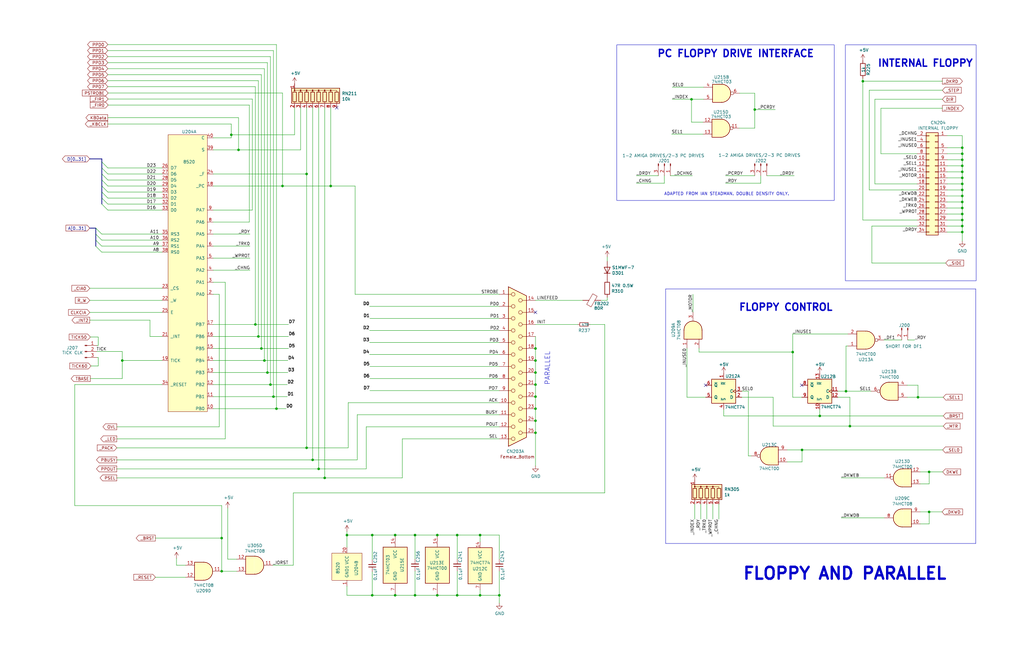
<source format=kicad_sch>
(kicad_sch (version 20230121) (generator eeschema)
  (paper "B")
  (title_block (title "AMIGA PCI") (date "2024-01-31") (rev "2.0"))
  (junction (at 363.855 34.29))
  (junction (at 93.472 227.076))
  (junction (at 202.438 225.806))
  (junction (at 93.472 241.046))
  (junction (at 129.286 73.406))
  (junction (at 108.966 141.986))
  (junction (at 210.566 251.206))
  (junction (at 225.806 182.626))
  (junction (at 291.592 41.91))
  (junction (at 391.795 216.027))
  (junction (at 405.765 69.977))
  (junction (at 405.765 92.837))
  (junction (at 184.404 251.206))
  (junction (at 139.446 78.486))
  (junction (at 405.765 77.597))
  (junction (at 112.776 157.226))
  (junction (at 110.236 147.066))
  (junction (at 387.096 167.64))
  (junction (at 225.806 177.546))
  (junction (at 405.765 67.437))
  (junction (at 405.765 82.677))
  (junction (at 192.786 225.806))
  (junction (at 184.404 225.806))
  (junction (at 225.806 167.386))
  (junction (at 405.765 90.297))
  (junction (at 334.264 148.59))
  (junction (at 114.046 162.306))
  (junction (at 345.694 175.514))
  (junction (at 175.006 225.806))
  (junction (at 405.765 64.897))
  (junction (at 338.201 189.865))
  (junction (at 405.765 72.517))
  (junction (at 358.394 179.832))
  (junction (at 51.562 152.146))
  (junction (at 192.786 251.206))
  (junction (at 107.696 136.906))
  (junction (at 202.438 251.206))
  (junction (at 356.743 165.1))
  (junction (at 156.972 225.806))
  (junction (at 225.806 157.226))
  (junction (at 146.304 225.806))
  (junction (at 97.536 56.896))
  (junction (at 134.366 197.866))
  (junction (at 119.126 78.486))
  (junction (at 131.826 194.056))
  (junction (at 166.624 225.806))
  (junction (at 225.806 172.466))
  (junction (at 116.586 172.466))
  (junction (at 405.765 62.357))
  (junction (at 405.765 80.137))
  (junction (at 225.806 162.306))
  (junction (at 100.584 63.246))
  (junction (at 166.624 251.206))
  (junction (at 115.316 167.386))
  (junction (at 405.765 95.377))
  (junction (at 405.765 97.917))
  (junction (at 156.972 251.206))
  (junction (at 225.806 147.066))
  (junction (at 405.765 85.217))
  (junction (at 136.906 201.676))
  (junction (at 405.765 87.757))
  (junction (at 318.262 46.228))
  (junction (at 225.806 152.146))
  (junction (at 129.286 188.976))
  (junction (at 391.795 199.136))
  (junction (at 175.006 251.206))
  (junction (at 111.506 152.146))
  (junction (at 405.765 75.057))
  (no_connect (at 141.986 45.466))
  (no_connect (at 297.561 162.56))
  (no_connect (at 338.074 162.56))
  (no_connect (at 225.806 131.826))
  (bus_entry (at 45.466 75.946) (size -2.54 -2.54))
  (bus_entry (at 45.466 70.866) (size -2.54 -2.54))
  (bus_entry (at 45.466 86.106) (size -2.54 -2.54))
  (bus_entry (at 45.466 73.406) (size -2.54 -2.54))
  (bus_entry (at 42.926 98.806) (size -2.54 -2.54))
  (bus_entry (at 42.926 106.426) (size -2.54 -2.54))
  (bus_entry (at 45.466 88.646) (size -2.54 -2.54))
  (bus_entry (at 45.466 78.486) (size -2.54 -2.54))
  (bus_entry (at 42.926 103.886) (size -2.54 -2.54))
  (bus_entry (at 45.466 81.026) (size -2.54 -2.54))
  (bus_entry (at 42.926 101.346) (size -2.54 -2.54))
  (bus_entry (at 45.466 83.566) (size -2.54 -2.54))
  (wire (pts (xy 399.415 75.057) (xy 405.765 75.057)))
  (wire (pts (xy 358.394 179.832) (xy 326.009 179.832)))
  (wire (pts (xy 371.475 64.897) (xy 371.475 45.72)))
  (wire (pts (xy 283.21 56.642) (xy 296.418 56.642)))
  (wire (pts (xy 155.956 159.766) (xy 210.566 159.766)))
  (wire (pts (xy 280.162 74.168) (xy 280.162 77.343)))
  (wire (pts (xy 256.032 125.476) (xy 256.032 126.746)))
  (wire (pts (xy 280.162 77.343) (xy 268.351 77.343)))
  (wire (pts (xy 331.978 194.945) (xy 338.201 194.945)))
  (wire (pts (xy 45.466 23.876) (xy 114.046 23.876)))
  (wire (pts (xy 405.765 95.377) (xy 405.765 97.917)))
  (wire (pts (xy 41.402 150.876) (xy 40.894 150.876)))
  (bus (pts (xy 42.926 68.326) (xy 42.926 70.866)))
  (wire (pts (xy 123.698 208.026) (xy 255.016 208.026)))
  (wire (pts (xy 139.446 45.466) (xy 139.446 78.486)))
  (wire (pts (xy 45.466 70.866) (xy 68.326 70.866)))
  (wire (pts (xy 399.415 85.217) (xy 405.765 85.217)))
  (wire (pts (xy 154.432 180.086) (xy 154.432 197.866)))
  (wire (pts (xy 155.956 164.846) (xy 210.566 164.846)))
  (wire (pts (xy 89.916 58.166) (xy 97.536 58.166)))
  (wire (pts (xy 107.696 136.906) (xy 121.666 136.906)))
  (wire (pts (xy 110.236 147.066) (xy 89.916 147.066)))
  (wire (pts (xy 334.264 140.97) (xy 334.264 148.59)))
  (wire (pts (xy 334.264 167.64) (xy 334.264 148.59)))
  (wire (pts (xy 106.426 88.646) (xy 89.916 88.646)))
  (wire (pts (xy 399.415 82.677) (xy 405.765 82.677)))
  (wire (pts (xy 399.415 64.897) (xy 405.765 64.897)))
  (wire (pts (xy 45.466 34.036) (xy 108.966 34.036)))
  (wire (pts (xy 386.715 77.597) (xy 368.935 77.597)))
  (wire (pts (xy 382.778 143.51) (xy 385.699 143.51)))
  (wire (pts (xy 405.765 69.977) (xy 405.765 72.517)))
  (wire (pts (xy 97.536 58.166) (xy 97.536 56.896)))
  (wire (pts (xy 49.276 188.976) (xy 129.286 188.976)))
  (wire (pts (xy 124.206 56.896) (xy 97.536 56.896)))
  (wire (pts (xy 282.702 74.168) (xy 291.973 74.168)))
  (wire (pts (xy 38.1 159.766) (xy 51.562 159.766)))
  (wire (pts (xy 169.672 185.166) (xy 169.672 201.676)))
  (wire (pts (xy 391.795 221.107) (xy 391.795 216.027)))
  (wire (pts (xy 108.966 34.036) (xy 108.966 141.986)))
  (wire (pts (xy 399.415 80.137) (xy 405.765 80.137)))
  (wire (pts (xy 105.156 44.323) (xy 45.593 44.323)))
  (wire (pts (xy 368.935 41.91) (xy 397.383 41.91)))
  (bus (pts (xy 37.846 96.266) (xy 40.386 96.266)))
  (wire (pts (xy 63.246 135.128) (xy 37.846 135.128)))
  (wire (pts (xy 405.765 67.437) (xy 405.765 69.977)))
  (wire (pts (xy 311.658 54.102) (xy 318.262 54.102)))
  (wire (pts (xy 366.522 80.137) (xy 366.522 38.1)))
  (wire (pts (xy 300.609 212.725) (xy 300.609 219.075)))
  (wire (pts (xy 318.262 46.228) (xy 318.262 39.37)))
  (bus (pts (xy 40.386 101.346) (xy 40.386 103.886)))
  (wire (pts (xy 399.415 77.597) (xy 405.765 77.597)))
  (wire (pts (xy 45.466 73.406) (xy 68.326 73.406)))
  (wire (pts (xy 89.916 93.726) (xy 105.156 93.726)))
  (wire (pts (xy 124.206 45.466) (xy 124.206 56.896)))
  (wire (pts (xy 114.046 23.876) (xy 114.046 162.306)))
  (wire (pts (xy 65.532 227.076) (xy 93.472 227.076)))
  (wire (pts (xy 96.012 214.376) (xy 96.012 235.966)))
  (wire (pts (xy 405.765 72.517) (xy 405.765 75.057)))
  (wire (pts (xy 192.786 251.206) (xy 202.438 251.206)))
  (wire (pts (xy 326.009 179.832) (xy 326.009 167.64)))
  (wire (pts (xy 363.855 33.147) (xy 363.855 34.29)))
  (wire (pts (xy 97.536 56.896) (xy 97.536 52.324)))
  (wire (pts (xy 253.365 126.746) (xy 256.032 126.746)))
  (wire (pts (xy 42.926 106.426) (xy 68.326 106.426)))
  (wire (pts (xy 175.006 251.206) (xy 184.404 251.206)))
  (wire (pts (xy 334.264 148.59) (xy 294.767 148.59)))
  (wire (pts (xy 45.593 41.783) (xy 106.426 41.783)))
  (wire (pts (xy 225.806 167.386) (xy 225.806 172.466)))
  (wire (pts (xy 41.402 154.432) (xy 38.354 154.432)))
  (wire (pts (xy 146.812 169.926) (xy 146.812 188.976)))
  (wire (pts (xy 202.438 225.806) (xy 202.438 228.6)))
  (wire (pts (xy 386.715 64.897) (xy 371.475 64.897)))
  (wire (pts (xy 45.466 26.416) (xy 112.776 26.416)))
  (wire (pts (xy 41.402 145.796) (xy 40.894 145.796)))
  (wire (pts (xy 184.404 225.806) (xy 192.786 225.806)))
  (wire (pts (xy 146.304 251.206) (xy 146.304 247.396)))
  (wire (pts (xy 405.765 92.837) (xy 405.765 95.377)))
  (wire (pts (xy 315.595 192.405) (xy 316.738 192.405)))
  (wire (pts (xy 121.666 141.986) (xy 108.966 141.986)))
  (wire (pts (xy 318.262 74.168) (xy 305.943 74.168)))
  (wire (pts (xy 49.276 201.676) (xy 136.906 201.676)))
  (wire (pts (xy 318.262 39.37) (xy 311.912 39.37)))
  (wire (pts (xy 289.687 146.939) (xy 289.687 167.64)))
  (wire (pts (xy 97.536 52.324) (xy 45.466 52.324)))
  (wire (pts (xy 371.475 45.72) (xy 397.383 45.72)))
  (wire (pts (xy 169.672 201.676) (xy 136.906 201.676)))
  (wire (pts (xy 225.806 157.226) (xy 225.806 162.306)))
  (wire (pts (xy 387.096 167.64) (xy 397.764 167.64)))
  (wire (pts (xy 405.765 82.677) (xy 405.765 85.217)))
  (wire (pts (xy 74.422 235.585) (xy 74.422 238.506)))
  (wire (pts (xy 382.524 167.64) (xy 387.096 167.64)))
  (wire (pts (xy 68.326 75.946) (xy 45.466 75.946)))
  (wire (pts (xy 121.666 147.066) (xy 110.236 147.066)))
  (wire (pts (xy 353.314 167.64) (xy 358.394 167.64)))
  (wire (pts (xy 112.776 157.226) (xy 89.916 157.226)))
  (wire (pts (xy 399.415 69.977) (xy 405.765 69.977)))
  (wire (pts (xy 63.246 141.986) (xy 63.246 135.128)))
  (wire (pts (xy 116.586 18.796) (xy 116.586 172.466)))
  (wire (pts (xy 146.812 169.926) (xy 210.566 169.926)))
  (bus (pts (xy 42.926 83.566) (xy 42.926 86.106)))
  (wire (pts (xy 391.795 204.216) (xy 391.795 199.136)))
  (wire (pts (xy 338.201 189.865) (xy 397.51 189.865)))
  (wire (pts (xy 51.562 152.146) (xy 68.326 152.146)))
  (wire (pts (xy 166.624 251.206) (xy 175.006 251.206)))
  (wire (pts (xy 399.415 87.757) (xy 405.765 87.757)))
  (wire (pts (xy 405.765 64.897) (xy 405.765 67.437)))
  (wire (pts (xy 105.156 93.726) (xy 105.156 44.323)))
  (wire (pts (xy 89.916 63.246) (xy 100.584 63.246)))
  (wire (pts (xy 312.801 165.1) (xy 315.595 165.1)))
  (wire (pts (xy 202.438 225.806) (xy 210.566 225.806)))
  (wire (pts (xy 45.466 78.486) (xy 68.326 78.486)))
  (wire (pts (xy 225.806 182.626) (xy 225.806 196.596)))
  (wire (pts (xy 149.733 78.486) (xy 149.733 124.206)))
  (bus (pts (xy 40.386 98.806) (xy 40.386 101.346)))
  (wire (pts (xy 318.262 46.228) (xy 318.262 54.102)))
  (wire (pts (xy 68.326 131.826) (xy 37.846 131.826)))
  (wire (pts (xy 156.972 241.3) (xy 156.972 251.206)))
  (wire (pts (xy 255.016 136.906) (xy 255.016 208.026)))
  (wire (pts (xy 42.926 101.346) (xy 68.326 101.346)))
  (wire (pts (xy 345.694 172.72) (xy 345.694 175.514)))
  (wire (pts (xy 192.786 225.806) (xy 202.438 225.806)))
  (wire (pts (xy 115.316 167.386) (xy 121.158 167.386)))
  (wire (pts (xy 154.432 197.866) (xy 134.366 197.866)))
  (wire (pts (xy 345.694 175.514) (xy 397.764 175.514)))
  (wire (pts (xy 291.592 41.91) (xy 291.592 51.562)))
  (wire (pts (xy 399.415 57.277) (xy 405.765 57.277)))
  (wire (pts (xy 89.916 114.046) (xy 105.41 114.046)))
  (wire (pts (xy 68.326 141.986) (xy 63.246 141.986)))
  (wire (pts (xy 399.415 72.517) (xy 405.765 72.517)))
  (wire (pts (xy 387.096 162.56) (xy 387.096 167.64)))
  (wire (pts (xy 399.415 90.297) (xy 405.765 90.297)))
  (wire (pts (xy 368.935 77.597) (xy 368.935 41.91)))
  (wire (pts (xy 92.456 180.086) (xy 92.456 124.206)))
  (wire (pts (xy 225.806 162.306) (xy 225.806 167.386)))
  (bus (pts (xy 42.926 75.946) (xy 42.926 78.486)))
  (wire (pts (xy 292.989 212.725) (xy 292.989 219.075)))
  (wire (pts (xy 225.806 172.466) (xy 225.806 177.546)))
  (wire (pts (xy 338.201 194.945) (xy 338.201 189.865)))
  (wire (pts (xy 155.956 154.686) (xy 210.566 154.686)))
  (wire (pts (xy 366.522 38.1) (xy 397.383 38.1)))
  (wire (pts (xy 294.767 148.59) (xy 294.767 146.939)))
  (wire (pts (xy 107.696 36.576) (xy 107.696 136.906)))
  (wire (pts (xy 134.366 45.466) (xy 134.366 197.866)))
  (wire (pts (xy 175.006 235.966) (xy 175.006 225.806)))
  (wire (pts (xy 354.711 201.676) (xy 372.872 201.676)))
  (wire (pts (xy 386.715 95.377) (xy 367.665 95.377)))
  (wire (pts (xy 248.793 136.906) (xy 255.016 136.906)))
  (wire (pts (xy 405.765 62.357) (xy 405.765 64.897)))
  (wire (pts (xy 320.802 74.168) (xy 320.802 77.343)))
  (wire (pts (xy 399.415 97.917) (xy 405.765 97.917)))
  (wire (pts (xy 356.743 146.05) (xy 356.743 165.1)))
  (wire (pts (xy 92.456 124.206) (xy 89.916 124.206)))
  (wire (pts (xy 126.746 45.466) (xy 126.746 63.246)))
  (wire (pts (xy 94.996 185.166) (xy 49.276 185.166)))
  (wire (pts (xy 388.112 221.107) (xy 391.795 221.107)))
  (wire (pts (xy 111.506 152.146) (xy 121.412 152.146)))
  (wire (pts (xy 108.966 141.986) (xy 89.916 141.986)))
  (wire (pts (xy 45.466 28.956) (xy 111.506 28.956)))
  (wire (pts (xy 175.006 241.046) (xy 175.006 251.206)))
  (wire (pts (xy 367.665 95.377) (xy 367.665 110.998)))
  (wire (pts (xy 156.972 225.806) (xy 166.624 225.806)))
  (wire (pts (xy 99.822 235.966) (xy 96.012 235.966)))
  (wire (pts (xy 123.698 238.506) (xy 123.698 208.026)))
  (wire (pts (xy 40.894 148.336) (xy 51.562 148.336)))
  (wire (pts (xy 129.286 73.406) (xy 129.286 188.976)))
  (wire (pts (xy 175.006 225.806) (xy 184.404 225.806)))
  (wire (pts (xy 45.466 88.646) (xy 68.326 88.646)))
  (wire (pts (xy 298.069 212.725) (xy 298.069 219.075)))
  (wire (pts (xy 68.326 81.026) (xy 45.466 81.026)))
  (wire (pts (xy 41.402 154.432) (xy 41.402 150.876)))
  (wire (pts (xy 93.472 227.076) (xy 93.472 241.046)))
  (wire (pts (xy 156.972 236.22) (xy 156.972 225.806)))
  (wire (pts (xy 93.472 241.046) (xy 99.822 241.046)))
  (wire (pts (xy 155.956 134.366) (xy 210.566 134.366)))
  (wire (pts (xy 192.786 241.046) (xy 192.786 251.206)))
  (bus (pts (xy 40.386 96.266) (xy 40.386 98.806)))
  (wire (pts (xy 225.806 152.146) (xy 225.806 157.226)))
  (wire (pts (xy 93.472 213.36) (xy 31.496 213.36)))
  (wire (pts (xy 225.806 147.066) (xy 225.806 152.146)))
  (wire (pts (xy 45.593 39.243) (xy 119.126 39.243)))
  (wire (pts (xy 114.046 162.306) (xy 89.916 162.306)))
  (wire (pts (xy 112.776 157.226) (xy 121.412 157.226)))
  (wire (pts (xy 131.826 45.466) (xy 131.826 194.056)))
  (wire (pts (xy 405.765 97.917) (xy 405.765 101.727)))
  (wire (pts (xy 31.496 162.306) (xy 68.326 162.306)))
  (wire (pts (xy 291.592 51.562) (xy 296.418 51.562)))
  (wire (pts (xy 41.402 142.24) (xy 41.402 145.796)))
  (wire (pts (xy 166.624 225.806) (xy 175.006 225.806)))
  (wire (pts (xy 156.972 251.206) (xy 166.624 251.206)))
  (wire (pts (xy 391.795 216.027) (xy 388.112 216.027)))
  (wire (pts (xy 49.276 197.866) (xy 134.366 197.866)))
  (wire (pts (xy 399.415 62.357) (xy 405.765 62.357)))
  (wire (pts (xy 41.402 142.24) (xy 38.1 142.24)))
  (wire (pts (xy 210.566 254.508) (xy 210.566 251.206)))
  (wire (pts (xy 405.765 87.757) (xy 405.765 90.297)))
  (wire (pts (xy 146.812 188.976) (xy 129.286 188.976)))
  (wire (pts (xy 334.899 74.168) (xy 323.342 74.168)))
  (wire (pts (xy 256.032 108.458) (xy 256.032 110.236)))
  (wire (pts (xy 149.733 124.206) (xy 210.566 124.206)))
  (wire (pts (xy 386.715 80.137) (xy 366.522 80.137)))
  (wire (pts (xy 45.466 31.496) (xy 110.236 31.496)))
  (wire (pts (xy 31.496 213.36) (xy 31.496 162.306)))
  (wire (pts (xy 116.586 172.466) (xy 89.916 172.466)))
  (wire (pts (xy 89.916 119.126) (xy 94.996 119.126)))
  (wire (pts (xy 405.765 77.597) (xy 405.765 80.137)))
  (wire (pts (xy 115.316 167.386) (xy 89.916 167.386)))
  (wire (pts (xy 399.415 67.437) (xy 405.765 67.437)))
  (wire (pts (xy 116.586 172.466) (xy 120.65 172.466)))
  (wire (pts (xy 37.846 121.666) (xy 68.326 121.666)))
  (wire (pts (xy 51.562 148.336) (xy 51.562 152.146)))
  (wire (pts (xy 45.466 83.566) (xy 68.326 83.566)))
  (wire (pts (xy 363.855 34.29) (xy 397.383 34.29)))
  (wire (pts (xy 107.696 136.906) (xy 89.916 136.906)))
  (wire (pts (xy 353.314 165.1) (xy 356.743 165.1)))
  (wire (pts (xy 372.745 143.51) (xy 380.238 143.51)))
  (wire (pts (xy 42.926 98.806) (xy 68.326 98.806)))
  (wire (pts (xy 51.562 159.766) (xy 51.562 152.146)))
  (wire (pts (xy 49.276 180.086) (xy 92.456 180.086)))
  (wire (pts (xy 225.806 136.906) (xy 243.713 136.906)))
  (wire (pts (xy 155.829 129.286) (xy 210.566 129.286)))
  (wire (pts (xy 382.524 162.56) (xy 387.096 162.56)))
  (wire (pts (xy 295.529 212.725) (xy 295.529 219.075)))
  (wire (pts (xy 169.672 185.166) (xy 210.566 185.166)))
  (wire (pts (xy 150.622 175.006) (xy 210.566 175.006)))
  (wire (pts (xy 89.916 152.146) (xy 111.506 152.146)))
  (wire (pts (xy 202.438 251.206) (xy 210.566 251.206)))
  (wire (pts (xy 225.806 141.986) (xy 225.806 147.066)))
  (wire (pts (xy 331.978 189.865) (xy 338.201 189.865)))
  (wire (pts (xy 225.806 177.546) (xy 225.806 182.626)))
  (bus (pts (xy 42.926 73.406) (xy 42.926 75.946)))
  (wire (pts (xy 388.112 199.136) (xy 391.795 199.136)))
  (wire (pts (xy 210.566 235.966) (xy 210.566 225.806)))
  (wire (pts (xy 156.972 225.806) (xy 146.304 225.806)))
  (wire (pts (xy 405.765 75.057) (xy 405.765 77.597)))
  (wire (pts (xy 115.316 21.336) (xy 115.316 167.386)))
  (wire (pts (xy 305.181 175.514) (xy 345.694 175.514)))
  (wire (pts (xy 283.464 41.91) (xy 291.592 41.91)))
  (wire (pts (xy 112.776 26.416) (xy 112.776 157.226)))
  (wire (pts (xy 268.351 74.168) (xy 277.622 74.168)))
  (wire (pts (xy 292.227 124.206) (xy 292.227 131.699)))
  (wire (pts (xy 397.256 216.027) (xy 391.795 216.027)))
  (wire (pts (xy 89.916 78.486) (xy 119.126 78.486)))
  (wire (pts (xy 405.765 90.297) (xy 405.765 92.837)))
  (wire (pts (xy 356.743 146.05) (xy 357.505 146.05)))
  (wire (pts (xy 146.304 225.806) (xy 146.304 230.886)))
  (wire (pts (xy 399.415 95.377) (xy 405.765 95.377)))
  (wire (pts (xy 318.262 46.228) (xy 326.898 46.228)))
  (bus (pts (xy 42.926 81.026) (xy 42.926 83.566)))
  (wire (pts (xy 45.466 36.576) (xy 107.696 36.576)))
  (bus (pts (xy 42.926 78.486) (xy 42.926 81.026)))
  (wire (pts (xy 338.074 167.64) (xy 334.264 167.64)))
  (wire (pts (xy 45.466 18.796) (xy 116.586 18.796)))
  (wire (pts (xy 296.672 41.91) (xy 291.592 41.91)))
  (wire (pts (xy 289.687 167.64) (xy 297.561 167.64)))
  (wire (pts (xy 358.394 179.832) (xy 397.764 179.832)))
  (wire (pts (xy 106.426 41.783) (xy 106.426 88.646)))
  (wire (pts (xy 315.595 165.1) (xy 315.595 192.405)))
  (wire (pts (xy 399.415 92.837) (xy 405.765 92.837)))
  (wire (pts (xy 94.996 119.126) (xy 94.996 185.166)))
  (wire (pts (xy 139.446 78.486) (xy 149.733 78.486)))
  (wire (pts (xy 225.806 126.746) (xy 245.745 126.746)))
  (wire (pts (xy 68.326 86.106) (xy 45.466 86.106)))
  (wire (pts (xy 405.765 57.277) (xy 405.765 62.357)))
  (wire (pts (xy 74.422 238.506) (xy 78.232 238.506)))
  (wire (pts (xy 110.236 31.496) (xy 110.236 147.066)))
  (wire (pts (xy 320.802 77.343) (xy 305.943 77.343)))
  (wire (pts (xy 202.438 251.206) (xy 202.438 248.92)))
  (bus (pts (xy 42.926 70.866) (xy 42.926 73.406)))
  (wire (pts (xy 89.916 103.886) (xy 105.41 103.886)))
  (wire (pts (xy 136.906 45.466) (xy 136.906 201.676)))
  (wire (pts (xy 150.622 194.056) (xy 131.826 194.056)))
  (wire (pts (xy 89.916 73.406) (xy 129.286 73.406)))
  (wire (pts (xy 356.743 165.1) (xy 367.284 165.1)))
  (wire (pts (xy 303.149 212.725) (xy 303.149 219.075)))
  (wire (pts (xy 100.584 63.246) (xy 100.584 49.657)))
  (wire (pts (xy 155.829 139.446) (xy 210.566 139.446)))
  (wire (pts (xy 367.665 110.998) (xy 398.78 110.998)))
  (wire (pts (xy 388.112 204.216) (xy 391.795 204.216)))
  (wire (pts (xy 119.126 39.243) (xy 119.126 78.486)))
  (wire (pts (xy 45.466 49.657) (xy 100.584 49.657)))
  (wire (pts (xy 45.466 21.336) (xy 115.316 21.336)))
  (wire (pts (xy 115.062 238.506) (xy 123.698 238.506)))
  (wire (pts (xy 65.532 243.586) (xy 78.232 243.586)))
  (wire (pts (xy 210.566 241.046) (xy 210.566 251.206)))
  (wire (pts (xy 156.972 251.206) (xy 146.304 251.206)))
  (wire (pts (xy 405.765 80.137) (xy 405.765 82.677)))
  (wire (pts (xy 192.786 235.966) (xy 192.786 225.806)))
  (wire (pts (xy 334.264 140.97) (xy 357.505 140.97)))
  (wire (pts (xy 386.715 92.837) (xy 363.855 92.837)))
  (wire (pts (xy 305.181 175.514) (xy 305.181 172.72)))
  (wire (pts (xy 326.009 167.64) (xy 312.801 167.64)))
  (wire (pts (xy 119.126 78.486) (xy 139.446 78.486)))
  (wire (pts (xy 391.795 199.136) (xy 397.51 199.136)))
  (wire (pts (xy 405.765 85.217) (xy 405.765 87.757)))
  (wire (pts (xy 358.394 167.64) (xy 358.394 179.832)))
  (wire (pts (xy 155.829 149.606) (xy 210.566 149.606)))
  (wire (pts (xy 184.404 251.206) (xy 192.786 251.206)))
  (bus (pts (xy 42.926 67.056) (xy 37.846 67.056)))
  (wire (pts (xy 89.916 98.806) (xy 105.41 98.806)))
  (wire (pts (xy 111.506 28.956) (xy 111.506 152.146)))
  (wire (pts (xy 155.829 144.526) (xy 210.566 144.526)))
  (bus (pts (xy 42.926 67.056) (xy 42.926 68.326)))
  (wire (pts (xy 154.432 180.086) (xy 210.566 180.086)))
  (wire (pts (xy 49.276 194.056) (xy 131.826 194.056)))
  (wire (pts (xy 100.584 63.246) (xy 126.746 63.246)))
  (wire (pts (xy 89.916 108.966) (xy 105.41 108.966)))
  (wire (pts (xy 37.846 126.746) (xy 68.326 126.746)))
  (wire (pts (xy 283.464 36.83) (xy 296.672 36.83)))
  (wire (pts (xy 93.472 227.076) (xy 93.472 213.36)))
  (wire (pts (xy 129.286 45.466) (xy 129.286 73.406)))
  (wire (pts (xy 150.622 175.006) (xy 150.622 194.056)))
  (wire (pts (xy 363.855 34.29) (xy 363.855 92.837)))
  (wire (pts (xy 68.326 103.886) (xy 42.926 103.886)))
  (wire (pts (xy 114.046 162.306) (xy 121.158 162.306)))
  (wire (pts (xy 354.711 218.567) (xy 372.872 218.567)))
  (wire (pts (xy 146.304 224.282) (xy 146.304 225.806)))
  (rectangle (start 280.67 121.92) (end 411.48 229.362))
  (rectangle (start 260.096 18.923) (end 351.79 84.582))
  (rectangle (start 356.489 18.923) (end 411.607 118.491))
  (text "FLOPPY AND PARALLEL" (at 312.928 245.11 0) (effects (font (size 5.0038 5.0038) (thickness 1.0008) bold) (justify left bottom)))
  (text "PC FLOPPY DRIVE INTERFACE" (at 276.987 24.511 0) (effects (font (size 3 3) (thickness 0.6) bold) (justify left bottom)))
  (text "ADAPTED FROM IAN STEADMAN. DOUBLE DENSITY ONLY." (at 280.035 82.677 0) (effects (font (size 1.27 1.27)) (justify left bottom)))
  (text "INTERNAL FLOPPY" (at 369.951 28.575 0) (effects (font (size 3 3) (thickness 0.6) bold) (justify left bottom)))
  (text "PARALLEL" (at 232.029 148.336 90) (effects (font (size 2.0066 2.0066)) (justify right bottom)))
  (text "FLOPPY CONTROL" (at 311.404 131.572 0) (effects (font (size 3 3) bold) (justify left bottom)))
  (label "D1" (at 155.956 134.366 180) (effects (font bold)))
  (label "D4" (at 155.829 149.606 180) (effects (font bold)))
  (label "_TRK0" (at 386.715 87.757 180))
  (label "_TRK0" (at 298.069 219.075 270))
  (label "_INDEX" (at 283.464 41.91 0))
  (label "LINEFEED" (at 226.314 126.746 0))
  (label "D2" (at 155.829 139.446 180) (effects (font bold)))
  (label "SEL1" (at 367.284 165.1 180))
  (label "_DRDY" (at 386.715 97.917 180))
  (label "_SEL1" (at 386.715 69.977 180))
  (label "D7" (at 121.666 136.906 0) (effects (font bold)))
  (label "PD1" (at 210.566 134.366 180))
  (label "A10" (at 67.056 101.346 180) (effects (font (size 1.2954 1.2954))))
  (label "D20" (at 65.786 78.486 180) (effects (font (size 1.2954 1.2954))))
  (label "PD6" (at 210.058 159.766 180))
  (label "_IORST" (at 115.062 238.506 0))
  (label "D21" (at 65.786 75.946 180) (effects (font (size 1.2954 1.2954))))
  (label "D3" (at 121.412 157.226 0) (effects (font bold)))
  (label "SEL" (at 209.804 185.166 180))
  (label "_CHNG" (at 105.41 114.046 180))
  (label "_DRDY" (at 268.351 74.168 0))
  (label "PD7" (at 209.931 164.846 180))
  (label "D16" (at 65.786 88.646 180) (effects (font (size 1.2954 1.2954))))
  (label "D2" (at 121.158 162.306 0) (effects (font bold)))
  (label "_DKWEB" (at 354.711 201.676 0))
  (label "A9" (at 67.056 103.886 180) (effects (font (size 1.2954 1.2954))))
  (label "_MOTOR" (at 292.227 124.206 270))
  (label "_WPROT" (at 300.609 219.075 270))
  (label "BUSY" (at 209.804 175.006 180))
  (label "PD2" (at 210.566 139.446 180))
  (label "D6" (at 121.666 141.986 0) (effects (font bold)))
  (label "PD3" (at 210.312 144.526 180))
  (label "_MOTOR" (at 386.715 75.057 180))
  (label "_RDY" (at 305.943 77.343 0))
  (label "PD5" (at 210.058 154.686 180))
  (label "_RDY" (at 295.529 219.075 270))
  (label "_INUSE1" (at 386.715 59.817 180))
  (label "_SEL0" (at 386.715 67.437 180))
  (label "STROBE" (at 210.312 124.206 180))
  (label "_DCHNG" (at 386.715 57.277 180))
  (label "D0" (at 155.829 129.286 180) (effects (font bold)))
  (label "PD0" (at 210.439 129.286 180))
  (label "_INUSE1" (at 386.715 72.517 180))
  (label "_CHNG" (at 303.149 219.075 270))
  (label "D4" (at 121.412 152.146 0) (effects (font bold)))
  (label "_DCHNG" (at 291.973 74.168 180))
  (label "_INUSE0" (at 386.715 62.357 180))
  (label "_INDEX" (at 292.989 219.075 270))
  (label "INIT" (at 226.314 136.906 0))
  (label "D5" (at 121.666 147.066 0) (effects (font bold)))
  (label "_DKWEB" (at 386.715 85.217 180))
  (label "D22" (at 65.786 73.406 180) (effects (font (size 1.2954 1.2954))))
  (label "D19" (at 65.786 81.026 180) (effects (font (size 1.2954 1.2954))))
  (label "_WPROT" (at 105.41 108.966 180))
  (label "_INUSE0" (at 289.687 146.939 270))
  (label "_PCRDY" (at 326.898 46.228 180))
  (label "_DKWDB" (at 354.711 218.567 0))
  (label "A11" (at 67.056 98.806 180) (effects (font (size 1.2954 1.2954))))
  (label "_WPROT" (at 386.715 90.297 180))
  (label "D23" (at 65.786 70.866 180) (effects (font (size 1.2954 1.2954))))
  (label "SEL0" (at 312.801 165.1 0))
  (label "_DRDY" (at 334.899 74.168 180))
  (label "_CHNG" (at 268.351 77.343 0))
  (label "_RDY" (at 105.41 98.806 180))
  (label "D0" (at 120.65 172.466 0) (effects (font bold)))
  (label "PD4" (at 210.185 149.606 180))
  (label "_INUSE1" (at 334.264 140.97 0))
  (label "POUT" (at 209.931 180.086 180))
  (label "D17" (at 65.786 86.106 180) (effects (font (size 1.2954 1.2954))))
  (label "D1" (at 121.158 167.386 0) (effects (font bold)))
  (label "D18" (at 65.786 83.566 180) (effects (font (size 1.2954 1.2954))))
  (label "A8" (at 67.056 106.426 180) (effects (font (size 1.2954 1.2954))))
  (label "D3" (at 155.829 144.526 180) (effects (font bold)))
  (label "SEL0" (at 283.464 36.83 0))
  (label "TICK" (at 44.958 148.336 180))
  (label "_TRK0" (at 105.41 103.886 180))
  (label "_RDY" (at 385.699 143.51 0))
  (label "SEL1" (at 283.21 56.642 0))
  (label "D7" (at 155.956 164.846 180) (effects (font bold)))
  (label "_PCRDY" (at 305.943 74.168 0))
  (label "_DF1" (at 372.745 143.51 0))
  (label "ACK" (at 209.931 169.926 180))
  (label "D5" (at 155.956 154.686 180) (effects (font bold)))
  (label "_DKWDB" (at 386.715 82.677 180))
  (label "D6" (at 155.956 159.766 180) (effects (font bold)))
  (global_label "PPOUT" (shape output) (at 49.276 197.866 180) (property "Intersheetrefs" "${INTERSHEET_REFS}" (at 40.2016 197.866 0) (effects (justify right))))
  (global_label "PPD0" (shape bidirectional) (at 45.466 18.796 180) (property "Intersheetrefs" "${INTERSHEET_REFS}" (at 36.4294 18.796 0) (effects (justify right))))
  (global_label "PPD5" (shape bidirectional) (at 45.466 31.496 180) (property "Intersheetrefs" "${INTERSHEET_REFS}" (at 36.4294 31.496 0) (effects (justify right))))
  (global_label "PPD3" (shape bidirectional) (at 45.466 26.416 180) (property "Intersheetrefs" "${INTERSHEET_REFS}" (at 36.4294 26.416 0) (effects (justify right))))
  (global_label "_FIR1" (shape input) (at 45.593 41.783 180) (property "Intersheetrefs" "${INTERSHEET_REFS}" (at 37.5467 41.783 0) (effects (justify right))))
  (global_label "TBASE" (shape output) (at 38.1 159.766 180) (property "Intersheetrefs" "${INTERSHEET_REFS}" (at 29.5095 159.766 0) (effects (justify right))))
  (global_label "PPD2" (shape bidirectional) (at 45.466 23.876 180) (property "Intersheetrefs" "${INTERSHEET_REFS}" (at 36.4294 23.876 0) (effects (justify right))))
  (global_label "TICK50" (shape input) (at 38.1 142.24 180) (property "Intersheetrefs" "${INTERSHEET_REFS}" (at 30.48 142.24 0) (effects (justify right))))
  (global_label "_SEL1" (shape input) (at 397.764 167.64 0) (property "Intersheetrefs" "${INTERSHEET_REFS}" (at 406.2335 167.64 0) (effects (justify left))))
  (global_label "_INDEX" (shape output) (at 397.383 45.72 0) (property "Intersheetrefs" "${INTERSHEET_REFS}" (at 406.8202 45.72 0) (effects (justify left))))
  (global_label "_STEP" (shape input) (at 397.383 38.1 0) (property "Intersheetrefs" "${INTERSHEET_REFS}" (at 405.8525 38.1 0) (effects (justify left))))
  (global_label "_CIA0" (shape input) (at 37.846 121.666 180) (property "Intersheetrefs" "${INTERSHEET_REFS}" (at 29.7997 121.666 0) (effects (justify right))))
  (global_label "_LED" (shape output) (at 49.276 185.166 180) (property "Intersheetrefs" "${INTERSHEET_REFS}" (at 41.9555 185.166 0) (effects (justify right))))
  (global_label "_RESET" (shape input) (at 65.532 243.586 180) (property "Intersheetrefs" "${INTERSHEET_REFS}" (at 55.9135 243.586 0) (effects (justify right))))
  (global_label "DIR" (shape input) (at 397.383 41.91 0) (property "Intersheetrefs" "${INTERSHEET_REFS}" (at 403.4336 41.91 0) (effects (justify left))))
  (global_label "A[0..31]" (shape input) (at 37.846 96.266 180) (property "Intersheetrefs" "${INTERSHEET_REFS}" (at 40.005 93.345 0) (effects (justify right))))
  (global_label "_SEL0" (shape input) (at 397.51 189.865 0) (property "Intersheetrefs" "${INTERSHEET_REFS}" (at 405.9795 189.865 0) (effects (justify left))))
  (global_label "_DKRD" (shape output) (at 397.383 34.29 0) (property "Intersheetrefs" "${INTERSHEET_REFS}" (at 406.3364 34.29 0) (effects (justify left))))
  (global_label "_PACK" (shape input) (at 49.276 188.976 180) (property "Intersheetrefs" "${INTERSHEET_REFS}" (at 40.504 188.976 0) (effects (justify right))))
  (global_label "_INT2" (shape output) (at 37.846 135.128 180) (property "Intersheetrefs" "${INTERSHEET_REFS}" (at 29.8602 135.128 0) (effects (justify right))))
  (global_label "_BRST" (shape output) (at 65.532 227.076 180) (property "Intersheetrefs" "${INTERSHEET_REFS}" (at 56.9415 227.076 0) (effects (justify right))))
  (global_label "_KBCLK" (shape output) (at 45.466 52.324 180) (property "Intersheetrefs" "${INTERSHEET_REFS}" (at 35.4845 52.324 0) (effects (justify right))))
  (global_label "PPD4" (shape bidirectional) (at 45.466 28.956 180) (property "Intersheetrefs" "${INTERSHEET_REFS}" (at 36.4294 28.956 0) (effects (justify right))))
  (global_label "PPD1" (shape bidirectional) (at 45.466 21.336 180) (property "Intersheetrefs" "${INTERSHEET_REFS}" (at 36.4294 21.336 0) (effects (justify right))))
  (global_label "PBUSY" (shape output) (at 49.276 194.056 180) (property "Intersheetrefs" "${INTERSHEET_REFS}" (at 40.2016 194.056 0) (effects (justify right))))
  (global_label "D[0..31]" (shape bidirectional) (at 37.846 67.056 180) (effects (font (size 1.2954 1.2954))) (property "Intersheetrefs" "${INTERSHEET_REFS}" (at 42.545 64.008 0) (effects (justify right))))
  (global_label "_SIDE" (shape input) (at 398.78 110.998 0) (property "Intersheetrefs" "${INTERSHEET_REFS}" (at 406.8867 110.998 0) (effects (justify left))))
  (global_label "TICK60" (shape input) (at 38.354 154.432 180) (property "Intersheetrefs" "${INTERSHEET_REFS}" (at 30.988 154.432 0) (effects (justify right))))
  (global_label "PSEL" (shape output) (at 49.276 201.676 180) (property "Intersheetrefs" "${INTERSHEET_REFS}" (at 41.7136 201.676 0) (effects (justify right))))
  (global_label "_DKWD" (shape input) (at 397.256 216.027 0) (property "Intersheetrefs" "${INTERSHEET_REFS}" (at 406.3908 216.027 0) (effects (justify left))))
  (global_label "PPD7" (shape bidirectional) (at 45.466 36.576 180) (property "Intersheetrefs" "${INTERSHEET_REFS}" (at 36.4294 36.576 0) (effects (justify right))))
  (global_label "CLKCIA" (shape input) (at 37.846 131.826 180) (property "Intersheetrefs" "${INTERSHEET_REFS}" (at 28.4087 131.826 0) (effects (justify right))))
  (global_label "PPD6" (shape bidirectional) (at 45.466 34.036 180) (property "Intersheetrefs" "${INTERSHEET_REFS}" (at 36.4294 34.036 0) (effects (justify right))))
  (global_label "OVL" (shape output) (at 49.276 180.086 180) (property "Intersheetrefs" "${INTERSHEET_REFS}" (at 42.923 180.086 0) (effects (justify right))))
  (global_label "_MTR" (shape input) (at 397.764 179.832 0) (property "Intersheetrefs" "${INTERSHEET_REFS}" (at 405.3264 179.832 0) (effects (justify left))))
  (global_label "DKWE" (shape input) (at 397.51 199.136 0) (property "Intersheetrefs" "${INTERSHEET_REFS}" (at 405.5562 199.136 0) (effects (justify left))))
  (global_label "KBData" (shape output) (at 45.466 49.657 180) (property "Intersheetrefs" "${INTERSHEET_REFS}" (at 35.7265 49.657 0) (effects (justify right))))
  (global_label "R_W" (shape input) (at 37.846 126.746 180) (property "Intersheetrefs" "${INTERSHEET_REFS}" (at 31.75 126.746 0) (effects (justify right))))
  (global_label "_FIR0" (shape input) (at 45.593 44.323 180) (property "Intersheetrefs" "${INTERSHEET_REFS}" (at 37.5467 44.323 0) (effects (justify right))))
  (global_label "PSTROBE" (shape input) (at 45.593 39.243 180) (property "Intersheetrefs" "${INTERSHEET_REFS}" (at 34.2206 39.243 0) (effects (justify right))))
  (global_label "_BRST" (shape input) (at 397.764 175.514 0) (property "Intersheetrefs" "${INTERSHEET_REFS}" (at 406.3545 175.514 0) (effects (justify left))))
  (symbol (lib_id "power:+5V") (at 345.694 157.48 0) (unit 1)
    (property "Reference" "#PWR0131" (effects hide))
    (property "Value" "+5V" (at 345.694 153.797 0))
    (instances (project "AmigaPCI Mainboard" (path "" (reference "#PWR0131") (unit 1))) (project "2000ATX" (path "" (reference "#PWR0373") (unit 1))))
  )
  (symbol (lib_id "Device:R_Network08") (at 134.366 40.386 0) (unit 1)
    (property "Reference" "RN211" (at 144.145 39.4716 0) (effects (justify left)))
    (property "Value" "10k" (at 144.145 41.783 0) (effects (justify left)))
    (property "Footprint" "Resistor_THT:R_Array_SIP9" (effects hide))
    (property "Datasheet" "http://www.vishay.com/docs/31509/csc.pdf" (effects hide))
    (instances (project "AmigaPCI Mainboard" (path "" (reference "RN211") (unit 1))) (project "2000ATX" (path "" (reference "RN300") (unit 1))))
  )
  (symbol (lib_id "Diode:1N4001") (at 256.032 114.046 270) (mirror x) (unit 1)
    (property "Reference" "D301" (at 258.064 115.2144 90) (effects (justify left)))
    (property "Value" "S1MWF-7" (at 258.064 112.903 90) (effects (justify left)))
    (property "Footprint" "Diode_SMD:D_SOD-123F" (effects hide))
    (property "Datasheet" "http://www.vishay.com/docs/88503/1n4001.pdf" (effects hide))
  )
  (symbol (lib_id "power:+5V") (at 124.206 35.306 0) (unit 1)
    (property "Reference" "#PWR0117" (effects hide))
    (property "Value" "+5V" (at 124.587 30.9118 0))
    (instances (project "AmigaPCI Mainboard" (path "" (reference "#PWR0117") (unit 1))) (project "2000ATX" (path "" (reference "#PWR0363") (unit 1))))
  )
  (symbol (lib_id "Connector:Conn_01x03_Pin") (at 280.162 69.088 270) (unit 1)
    (property "Reference" "J201" (at 282.448 67.818 90) (effects (justify right)))
    (property "Value" "1-2 AMIGA DRIVES/2-3 PC DRIVES" (at 297.053 65.659 90) (effects (justify right)))
    (property "Footprint" "Connector_PinHeader_2.54mm:PinHeader_1x03_P2.54mm_Vertical" (effects hide))
    (instances (project "AmigaPCI Mainboard" (path "" (reference "J201") (unit 1))) (project "2000ATX" (path "" (reference "J301") (unit 1)) (path "" (reference "J301") (unit 1))))
  )
  (symbol (lib_id "power:+5V") (at 292.989 202.565 0) (unit 1)
    (property "Reference" "#PWR0123" (effects hide))
    (property "Value" "+5V" (at 293.37 198.1708 0))
    (instances (project "AmigaPCI Mainboard" (path "" (reference "#PWR0123") (unit 1))) (project "2000ATX" (path "" (reference "#PWR0376") (unit 1))))
  )
  (symbol (lib_id "AmigaPCI-Symbols:MOS 8520") (at 79.756 108.966 0) (unit 1)
    (property "Reference" "U204" (at 79.756 55.626 0))
    (property "Value" "8520" (at 79.756 68.326 0))
    (property "Footprint" "Package_DIP:DIP-40_W15.24mm_Socket" (effects hide))
    (instances (project "AmigaPCI Mainboard" (path "" (reference "U204") (unit 1))) (project "2000ATX" (path "" (reference "U300") (unit 1))))
  )
  (symbol (lib_id "Device:C_Small") (at 175.006 238.506 180) (unit 1)
    (property "Reference" "C256" (at 176.276 237.49 90) (effects (justify right)))
    (property "Value" "0.1uF" (at 176.403 244.856 90) (effects (justify right)))
    (property "Footprint" "Capacitor_SMD:C_0603_1608Metric" (effects hide))
    (instances (project "AmigaPCI Mainboard" (path "" (reference "C256") (unit 1))) (project "2000ATX" (path "" (reference "C203") (unit 1))))
  )
  (symbol (lib_id "Device:R") (at 363.855 29.337 0) (unit 1)
    (property "Reference" "R225" (at 366.141 31.877 90) (effects (justify left)))
    (property "Value" "1k" (at 364.109 30.607 90) (effects (justify left)))
    (property "Footprint" "Resistor_SMD:R_0603_1608Metric" (effects hide))
    (instances (project "AmigaPCI Mainboard" (path "" (reference "R225") (unit 1))) (project "2000ATX" (path "" (reference "R301") (unit 1))))
  )
  (symbol (lib_id "AmigaPCI-Symbols:Ferrite_Bead") (at 249.555 126.746 270) (unit 1)
    (property "Reference" "FB202" (at 253.746 128.143 90))
    (property "Value" "80R" (at 252.476 130.0734 90))
    (property "Footprint" "Capacitor_SMD:C_0805_2012Metric" (effects hide))
    (instances (project "AmigaPCI Mainboard" (path "" (reference "FB202") (unit 1))) (project "2000ATX" (path "" (reference "FB401") (unit 1)) (path "" (reference "FB401") (unit 1))))
  )
  (symbol (lib_id "AmigaPCI-Symbols:DB25_Stack_FemaleAndMale") (at 218.186 154.686 0) (unit 1)
    (property "Reference" "CN203" (at 217.297 190.4746 0))
    (property "Value" "DB25_Stack_FemaleAndMale" (effects hide))
    (property "Footprint" "AmigaPCI:DSUB-25_Stack_Female_Bottom_Male_Top" (effects hide))
    (property "Datasheet" " ~" (effects hide))
    (instances (project "AmigaPCI Mainboard" (path "" (reference "CN203") (unit 1))) (project "2000ATX" (path "" (reference "CN305") (unit 1))))
  )
  (symbol (lib_id "Device:C_Small") (at 192.786 238.506 180) (unit 1)
    (property "Reference" "C241" (at 194.056 237.49 90) (effects (justify right)))
    (property "Value" "0.1uF" (at 194.183 244.856 90) (effects (justify right)))
    (property "Footprint" "Capacitor_SMD:C_0603_1608Metric" (effects hide))
    (instances (project "AmigaPCI Mainboard" (path "" (reference "C241") (unit 1))) (project "2000ATX" (path "" (reference "C203") (unit 1))))
  )
  (symbol (lib_id "power:+5V") (at 96.012 214.376 0) (unit 1)
    (property "Reference" "#PWR0116" (effects hide))
    (property "Value" "+5V" (at 96.393 209.9818 0))
    (instances (project "AmigaPCI Mainboard" (path "" (reference "#PWR0116") (unit 1))) (project "2000ATX" (path "" (reference "#PWR0368") (unit 1))))
  )
  (symbol (lib_id "74xx:74LS74") (at 345.694 165.1 180) (unit 2)
    (property "Reference" "U212" (at 349.25 158.877 0))
    (property "Value" "74HCT74" (at 350.393 171.704 0))
    (property "Footprint" "Package_SO:SOIC-14_3.9x8.7mm_P1.27mm" (effects hide))
    (property "Datasheet" "74xx/74hc_hct74.pdf" (effects hide))
    (instances (project "AmigaPCI Mainboard" (path "" (reference "U212") (unit 2))) (project "2000ATX" (path "" (reference "U108") (unit 2))))
  )
  (symbol (lib_id "74xx:74LS08") (at 85.852 241.046 0) (mirror x) (unit 4)
    (property "Reference" "U209" (at 85.852 249.301 0))
    (property "Value" "74HCT08" (at 85.852 246.9896 0))
    (property "Footprint" "Package_SO:TSSOP-14_4.4x5mm_P0.65mm" (effects hide))
    (property "Datasheet" "http://www.ti.com/lit/gpn/sn74LS08" (effects hide))
  )
  (symbol (lib_id "74xx:74LS74") (at 305.181 165.1 180) (unit 1)
    (property "Reference" "U212" (at 308.991 158.75 0))
    (property "Value" "74HCT74" (at 309.88 171.831 0))
    (property "Footprint" "Package_SO:SOIC-14_3.9x8.7mm_P1.27mm" (effects hide))
    (property "Datasheet" "74xx/74hc_hct74.pdf" (effects hide))
    (instances (project "AmigaPCI Mainboard" (path "" (reference "U212") (unit 1))) (project "2000ATX" (path "" (reference "U108") (unit 2))))
  )
  (symbol (lib_id "74xx:74LS08") (at 107.442 238.506 0) (unit 4)
    (property "Reference" "U305" (at 107.442 230.251 0))
    (property "Value" "74HCT08" (at 107.442 232.5624 0))
    (property "Footprint" "Package_SO:TSSOP-14_4.4x5mm_P0.65mm" (effects hide))
    (property "Datasheet" "http://www.ti.com/lit/gpn/sn74LS08" (effects hide))
  )
  (symbol (lib_id "74xx:74LS03") (at 304.292 39.37 0) (unit 2)
    (property "Reference" "U215" (at 304.2837 32.5501 0))
    (property "Value" "74HCT03" (at 304.2837 34.4711 0))
    (property "Footprint" "Package_SO:TSSOP-14_4.4x5mm_P0.65mm" (effects hide))
    (property "Datasheet" "http://www.ti.com/lit/gpn/sn74LS03" (effects hide))
  )
  (symbol (lib_id "74xx:74LS00") (at 324.358 192.405 0) (mirror y) (unit 3)
    (property "Reference" "U213" (at 324.485 187.706 0))
    (property "Value" "74HCT00" (at 324.358 197.739 0))
    (property "Footprint" "Package_SO:TSSOP-14_4.4x5mm_P0.65mm" (effects hide))
    (property "Datasheet" "http://www.ti.com/lit/gpn/sn74ls00" (effects hide))
    (instances (project "AmigaPCI Mainboard" (path "" (reference "U213") (unit 3))) (project "2000ATX" (path "" (reference "U900") (unit 2))))
  )
  (symbol (lib_id "power:+5V") (at 363.855 25.527 0) (unit 1)
    (property "Reference" "#PWR0126" (effects hide))
    (property "Value" "+5V" (at 364.236 21.1328 0))
    (instances (project "AmigaPCI Mainboard" (path "" (reference "#PWR0126") (unit 1))) (project "2000ATX" (path "" (reference "#PWR0375") (unit 1))))
  )
  (symbol (lib_id "AmigaPCI-Symbols:MOS 8520") (at 146.304 239.776 0) (unit 2)
    (property "Reference" "U204" (at 150.241 242.951 90) (effects (justify left)))
    (property "Value" "8520" (at 142.494 242.189 90) (effects (justify left)))
    (property "Footprint" "Package_DIP:DIP-40_W15.24mm_Socket" (effects hide))
    (instances (project "AmigaPCI Mainboard" (path "" (reference "U204") (unit 2))) (project "2000ATX" (path "" (reference "U300") (unit 2))))
  )
  (symbol (lib_id "74xx:74LS00") (at 184.404 238.506 0) (mirror y) (unit 5)
    (property "Reference" "U213" (at 184.277 237.49 0))
    (property "Value" "74HCT00" (at 184.277 239.776 0))
    (property "Footprint" "Package_SO:TSSOP-14_4.4x5mm_P0.65mm" (effects hide))
    (property "Datasheet" "http://www.ti.com/lit/gpn/sn74ls00" (effects hide))
    (instances (project "AmigaPCI Mainboard" (path "" (reference "U213") (unit 5))) (project "2000ATX" (path "" (reference "U900") (unit 2))))
  )
  (symbol (lib_id "power:+5V") (at 74.422 235.585 0) (unit 1)
    (property "Reference" "#PWR0115" (effects hide))
    (property "Value" "+5V" (at 74.803 231.1908 0))
    (instances (project "AmigaPCI Mainboard" (path "" (reference "#PWR0115") (unit 1))) (project "2000ATX" (path "" (reference "#PWR0367") (unit 1))))
  )
  (symbol (lib_id "Device:R_Small") (at 246.253 136.906 270) (unit 1)
    (property "Reference" "R237" (at 243.84 139.446 90) (effects (justify left)))
    (property "Value" "47R" (at 245.237 137.033 90) (effects (font (size 1 1)) (justify left)))
    (property "Footprint" "Resistor_SMD:R_0603_1608Metric" (effects hide))
    (property "Wattage" "1W" (effects hide))
  )
  (symbol (lib_id "power:GND") (at 210.566 254.508 0) (unit 1)
    (property "Reference" "#PWR0124" (effects hide))
    (property "Value" "GND" (at 210.693 258.9022 0))
    (instances (project "AmigaPCI Mainboard" (path "" (reference "#PWR0124") (unit 1))) (project "2000ATX" (path "" (reference "#PWR0378") (unit 1))))
  )
  (symbol (lib_id "74xx:74LS08") (at 380.492 218.567 0) (mirror y) (unit 3)
    (property "Reference" "U209" (at 380.492 210.312 0))
    (property "Value" "74HCT08" (at 380.492 212.6234 0))
    (property "Footprint" "Package_SO:TSSOP-14_4.4x5mm_P0.65mm" (effects hide))
    (property "Datasheet" "http://www.ti.com/lit/gpn/sn74LS08" (effects hide))
    (instances (project "AmigaPCI Mainboard" (path "" (reference "U209") (unit 3))) (project "2000ATX" (path "" (reference "U303") (unit 2))))
  )
  (symbol (lib_id "Connector:Conn_01x02_Pin") (at 382.778 138.43 270) (unit 1)
    (property "Reference" "J200" (at 383.794 137.287 90) (effects (justify right)))
    (property "Value" "SHORT FOR DF1" (at 388.874 146.177 90) (effects (justify right)))
    (property "Footprint" "Connector_PinHeader_2.54mm:PinHeader_1x02_P2.54mm_Vertical" (effects hide))
    (instances (project "AmigaPCI Mainboard" (path "" (reference "J200") (unit 1))) (project "2000ATX" (path "" (reference "J301") (unit 1)) (path "" (reference "J301") (unit 1))))
  )
  (symbol (lib_id "74xx:74LS74") (at 202.438 238.76 0) (unit 3)
    (property "Reference" "U212" (at 202.438 240.03 0))
    (property "Value" "74HCT74" (at 202.438 237.49 0))
    (property "Footprint" "Package_SO:SOIC-14_3.9x8.7mm_P1.27mm" (effects hide))
    (property "Datasheet" "74xx/74hc_hct74.pdf" (effects hide))
    (instances (project "AmigaPCI Mainboard" (path "" (reference "U212") (unit 3))) (project "2000ATX" (path "" (reference "U108") (unit 3))))
  )
  (symbol (lib_id "Device:R_Network05") (at 298.069 207.645 0) (unit 1)
    (property "Reference" "RN305" (at 305.3842 206.4766 0) (effects (justify left)))
    (property "Value" "1k" (at 305.3842 208.788 0) (effects (justify left)))
    (property "Footprint" "Resistor_THT:R_Array_SIP6" (effects hide))
    (property "Datasheet" "http://www.vishay.com/docs/31509/csc.pdf" (effects hide))
    (instances (project "AmigaPCI Mainboard" (path "" (reference "RN305") (unit 1))) (project "2000ATX" (path "" (reference "RN301") (unit 1))))
  )
  (symbol (lib_id "AmigaPCI-Symbols:Amiga Internal Floppy Conn") (at 394.335 77.597 0) (mirror y) (unit 1)
    (property "Reference" "CN204" (at 395.605 51.7652 0))
    (property "Value" "INTERNAL FLOPPY" (at 395.605 54.0766 0))
    (property "Footprint" "AmigaPCI:Floppy_PinHeader_2x17_P2.54mm" (effects hide))
    (instances (project "AmigaPCI Mainboard" (path "" (reference "CN204") (unit 1))) (project "2000ATX" (path "" (reference "CN303") (unit 1))))
  )
  (symbol (lib_id "74xx:74LS03") (at 304.038 54.102 0) (unit 4)
    (property "Reference" "U215" (at 304.0297 47.2821 0))
    (property "Value" "74HCT03" (at 304.0297 49.2031 0))
    (property "Footprint" "Package_SO:TSSOP-14_4.4x5mm_P0.65mm" (effects hide))
    (property "Datasheet" "http://www.ti.com/lit/gpn/sn74LS03" (effects hide))
  )
  (symbol (lib_id "power:GND") (at 405.765 101.727 0) (unit 1)
    (property "Reference" "#PWR0127" (effects hide))
    (property "Value" "GND" (at 405.765 105.918 0))
    (instances (project "AmigaPCI Mainboard" (path "" (reference "#PWR0127") (unit 1))) (project "2000ATX" (path "" (reference "#PWR0364") (unit 1))))
  )
  (symbol (lib_id "74xx:74LS08") (at 292.227 139.319 90) (unit 1)
    (property "Reference" "U209" (at 283.972 139.319 0))
    (property "Value" "74HCT08" (at 286.2834 139.319 0))
    (property "Footprint" "Package_SO:TSSOP-14_4.4x5mm_P0.65mm" (effects hide))
    (property "Datasheet" "http://www.ti.com/lit/gpn/sn74LS08" (effects hide))
    (instances (project "AmigaPCI Mainboard" (path "" (reference "U209") (unit 1))) (project "2000ATX" (path "" (reference "U303") (unit 2))))
  )
  (symbol (lib_id "Device:R") (at 256.032 121.666 0) (mirror x) (unit 1)
    (property "Reference" "R310" (at 257.81 122.8344 0) (effects (justify left)))
    (property "Value" "47R 0.5W" (at 257.81 120.523 0) (effects (justify left)))
    (property "Footprint" "Resistor_SMD:R_0805_2012Metric" (effects hide))
  )
  (symbol (lib_id "74xx:74LS00") (at 380.492 201.676 0) (mirror y) (unit 4)
    (property "Reference" "U213" (at 380.619 194.691 0))
    (property "Value" "74HCT00" (at 380.492 196.977 0))
    (property "Footprint" "Package_SO:TSSOP-14_4.4x5mm_P0.65mm" (effects hide))
    (property "Datasheet" "http://www.ti.com/lit/gpn/sn74ls00" (effects hide))
    (instances (project "AmigaPCI Mainboard" (path "" (reference "U213") (unit 4))) (project "2000ATX" (path "" (reference "U900") (unit 2))))
  )
  (symbol (lib_id "Device:C_Small") (at 210.566 238.506 180) (unit 1)
    (property "Reference" "C243" (at 211.836 237.49 90) (effects (justify right)))
    (property "Value" "0.1uF" (at 211.963 244.856 90) (effects (justify right)))
    (property "Footprint" "Capacitor_SMD:C_0603_1608Metric" (effects hide))
    (instances (project "AmigaPCI Mainboard" (path "" (reference "C243") (unit 1))) (project "2000ATX" (path "" (reference "C203") (unit 1))))
  )
  (symbol (lib_id "74xx:74LS00") (at 374.904 165.1 0) (mirror y) (unit 2)
    (property "Reference" "U213" (at 374.904 156.845 0))
    (property "Value" "74HCT00" (at 374.904 159.1564 0))
    (property "Footprint" "Package_SO:TSSOP-14_4.4x5mm_P0.65mm" (effects hide))
    (property "Datasheet" "http://www.ti.com/lit/gpn/sn74ls00" (effects hide))
    (instances (project "AmigaPCI Mainboard" (path "" (reference "U213") (unit 2))) (project "2000ATX" (path "" (reference "U900") (unit 2))))
  )
  (symbol (lib_id "power:GND") (at 225.806 196.596 0) (unit 1)
    (property "Reference" "#PWR0122" (effects hide))
    (property "Value" "GND" (at 225.933 200.9902 0))
    (instances (project "AmigaPCI Mainboard" (path "" (reference "#PWR0122") (unit 1))) (project "2000ATX" (path "" (reference "#PWR0343") (unit 1))))
  )
  (symbol (lib_id "power:+5V") (at 146.304 224.282 0) (unit 1)
    (property "Reference" "#PWR0118" (effects hide))
    (property "Value" "+5V" (at 146.685 219.8878 0))
    (instances (project "AmigaPCI Mainboard" (path "" (reference "#PWR0118") (unit 1))) (project "2000ATX" (path "" (reference "#PWR0379") (unit 1))))
  )
  (symbol (lib_id "power:+5V") (at 256.032 108.458 0) (mirror y) (unit 1)
    (property "Reference" "#PWR0125" (effects hide))
    (property "Value" "+5V" (at 255.651 104.0638 0))
    (instances (project "AmigaPCI Mainboard" (path "" (reference "#PWR0125") (unit 1))) (project "2000ATX" (path "" (reference "#PWR0369") (unit 1))))
  )
  (symbol (lib_id "power:+5V") (at 305.181 157.48 0) (unit 1)
    (property "Reference" "#PWR0135" (effects hide))
    (property "Value" "+5V" (at 305.181 153.797 0))
    (instances (project "AmigaPCI Mainboard" (path "" (reference "#PWR0135") (unit 1))) (project "2000ATX" (path "" (reference "#PWR0373") (unit 1))))
  )
  (symbol (lib_id "Device:C_Small") (at 156.972 238.76 180) (unit 1)
    (property "Reference" "C252" (at 158.242 237.744 90) (effects (justify right)))
    (property "Value" "0.1uF" (at 158.242 244.983 90) (effects (justify right)))
    (property "Footprint" "Capacitor_SMD:C_0603_1608Metric" (effects hide))
    (instances (project "AmigaPCI Mainboard" (path "" (reference "C252") (unit 1))) (project "2000ATX" (path "" (reference "C300") (unit 1))))
  )
  (symbol (lib_id "Connector:Conn_01x03_Pin") (at 320.802 69.088 270) (unit 1)
    (property "Reference" "J202" (at 323.215 67.818 90) (effects (justify right)))
    (property "Value" "1-2 AMIGA DRIVES/2-3 PC DRIVES" (at 337.566 65.532 90) (effects (justify right)))
    (property "Footprint" "Connector_PinHeader_2.54mm:PinHeader_1x03_P2.54mm_Vertical" (effects hide))
    (instances (project "AmigaPCI Mainboard" (path "" (reference "J202") (unit 1))) (project "2000ATX" (path "" (reference "J301") (unit 1)) (path "" (reference "J301") (unit 1))))
  )
  (symbol (lib_id "Connector:Conn_01x03_Pin") (at 35.814 148.336 0) (unit 1)
    (property "Reference" "J207" (at 30.48 146.812 0))
    (property "Value" "TICK CLK" (at 30.607 148.844 0))
    (property "Footprint" "Connector_PinHeader_2.54mm:PinHeader_1x03_P2.54mm_Vertical" (effects hide))
  )
  (symbol (lib_id "74xx:74LS00") (at 365.125 143.51 0) (mirror x) (unit 1)
    (property "Reference" "U213" (at 365.125 151.765 0))
    (property "Value" "74HCT00" (at 365.125 149.4536 0))
    (property "Footprint" "Package_SO:TSSOP-14_4.4x5mm_P0.65mm" (effects hide))
    (property "Datasheet" "http://www.ti.com/lit/gpn/sn74ls00" (effects hide))
    (instances (project "AmigaPCI Mainboard" (path "" (reference "U213") (unit 1))) (project "2000ATX" (path "" (reference "U900") (unit 2))))
  )
  (symbol (lib_id "74xx:74LS03") (at 166.624 238.506 0) (unit 5)
    (property "Reference" "U215" (at 169.545 241.554 90) (effects (justify left)))
    (property "Value" "74HCT03" (at 163.576 242.697 90) (effects (justify left)))
    (property "Footprint" "Package_SO:TSSOP-14_4.4x5mm_P0.65mm" (effects hide))
    (property "Datasheet" "http://www.ti.com/lit/gpn/sn74LS03" (effects hide))
  )
)
</source>
